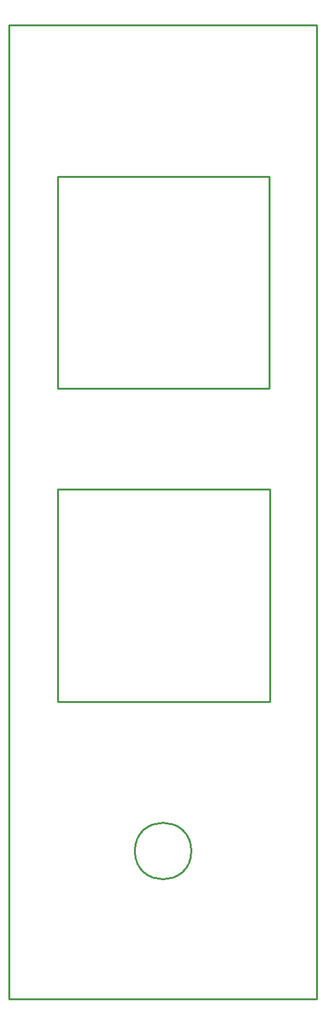
<source format=gko>
G04 Layer: BoardOutlineLayer*
G04 EasyEDA v6.5.34, 2023-08-21 18:11:39*
G04 41bd66247c774cb09e50729edd233ae6,5a6b42c53f6a479593ecc07194224c93,10*
G04 Gerber Generator version 0.2*
G04 Scale: 100 percent, Rotated: No, Reflected: No *
G04 Dimensions in millimeters *
G04 leading zeros omitted , absolute positions ,4 integer and 5 decimal *
%FSLAX45Y45*%
%MOMM*%

%ADD10C,0.2540*%
D10*
X0Y12839700D02*
G01*
X4064000Y12839700D01*
X4064000Y0D01*
X0Y0D01*
X0Y12839700D01*
X3451169Y3919575D02*
G01*
X3451169Y6719570D01*
X3451169Y6719570D02*
G01*
X651174Y6719570D01*
X651174Y6719570D02*
G01*
X651174Y3919575D01*
X651174Y3919575D02*
G01*
X3451169Y3919575D01*
X643818Y10845393D02*
G01*
X643818Y8045399D01*
X643818Y8045399D02*
G01*
X3443813Y8045399D01*
X3443813Y8045399D02*
G01*
X3443813Y10845393D01*
X3443813Y10845393D02*
G01*
X643818Y10845393D01*
G75*
G01*
X1666494Y1946885D02*
G02*
X2411893Y1946885I372699J0D01*
G75*
G01*
X2411893Y1946885D02*
G02*
X1666494Y1946885I-372700J0D01*
X1666493Y1946884D02*
G01*
X1666493Y1946884D01*

%LPD*%
M02*

</source>
